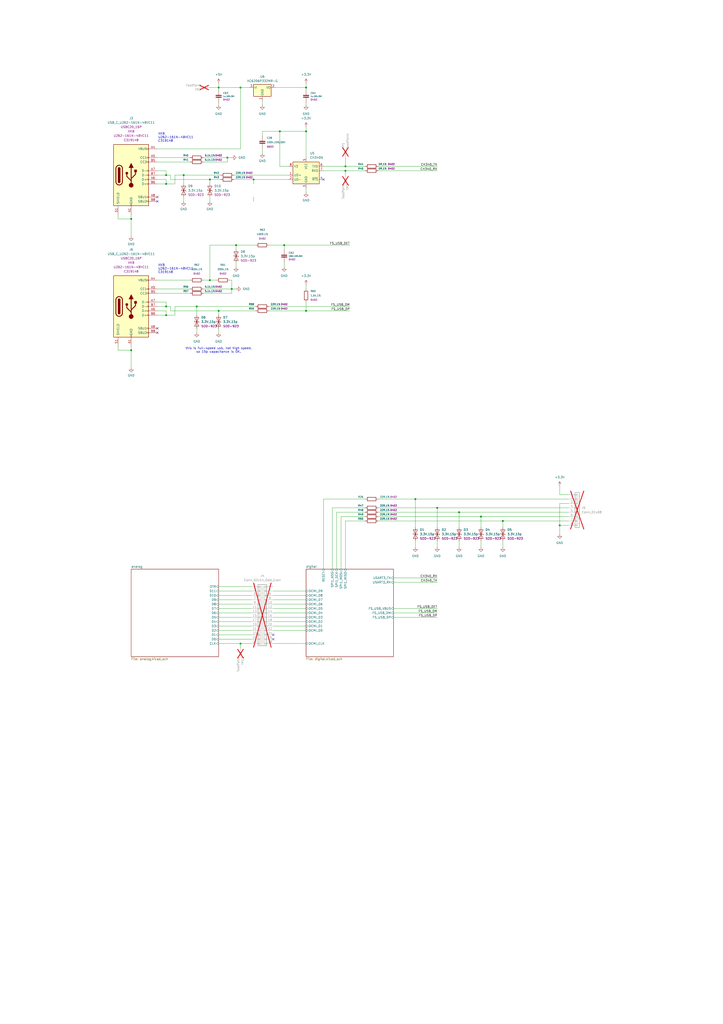
<source format=kicad_sch>
(kicad_sch (version 20231120) (generator "eeschema") (generator_version "8.0")
  (paper "A2" portrait)
  (junction (at 121.92 162.56))
  (junction (at 96.52 177.8))
  (junction (at 241.3 289.56))
  (junction (at 177.8 50.8))
  (junction (at 134.62 167.64))
  (junction (at 137.16 142.24))
  (junction (at 121.92 104.14))
  (junction (at 127 180.34))
  (junction (at 165.1 142.24))
  (junction (at 162.56 76.2))
  (junction (at 106.68 101.6))
  (junction (at 76.2 203.2))
  (junction (at 114.3 177.8))
  (junction (at 200.66 96.52))
  (junction (at 177.8 180.34))
  (junction (at 266.7 297.18))
  (junction (at 96.52 182.88))
  (junction (at 292.1 302.26))
  (junction (at 76.2 127))
  (junction (at 147.32 104.14))
  (junction (at 254 294.64))
  (junction (at 96.52 101.6))
  (junction (at 139.7 50.8))
  (junction (at 279.4 299.72))
  (junction (at 325.12 304.8))
  (junction (at 139.7 373.38))
  (junction (at 96.52 106.68))
  (junction (at 132.08 91.44))
  (junction (at 127 50.8))
  (junction (at 177.8 76.2))
  (junction (at 200.66 99.06))
  (no_connect (at 91.44 116.84))
  (no_connect (at 91.44 190.5))
  (no_connect (at 91.44 114.3))
  (no_connect (at 91.44 193.04))
  (no_connect (at 187.96 104.14))
  (no_connect (at 158.75 370.84))
  (no_connect (at 158.75 368.3))
  (wire (pts (xy 135.89 104.14) (xy 147.32 104.14)))
  (wire (pts (xy 177.8 180.34) (xy 203.2 180.34)))
  (wire (pts (xy 121.92 162.56) (xy 121.92 142.24)))
  (wire (pts (xy 139.7 50.8) (xy 144.78 50.8)))
  (wire (pts (xy 96.52 99.06) (xy 96.52 101.6)))
  (wire (pts (xy 134.62 162.56) (xy 134.62 167.64)))
  (wire (pts (xy 193.04 294.64) (xy 193.04 330.2)))
  (wire (pts (xy 106.68 114.3) (xy 106.68 116.84)))
  (wire (pts (xy 91.44 104.14) (xy 96.52 104.14)))
  (wire (pts (xy 114.3 177.8) (xy 114.3 182.88)))
  (wire (pts (xy 177.8 175.26) (xy 177.8 180.34)))
  (wire (pts (xy 76.2 203.2) (xy 76.2 213.36)))
  (wire (pts (xy 325.12 281.94) (xy 325.12 287.02)))
  (wire (pts (xy 99.06 177.8) (xy 96.52 177.8)))
  (wire (pts (xy 127 353.06) (xy 146.05 353.06)))
  (wire (pts (xy 96.52 175.26) (xy 96.52 177.8)))
  (wire (pts (xy 118.11 162.56) (xy 121.92 162.56)))
  (wire (pts (xy 91.44 101.6) (xy 96.52 101.6)))
  (wire (pts (xy 121.92 50.8) (xy 127 50.8)))
  (wire (pts (xy 134.62 167.64) (xy 134.62 170.18)))
  (wire (pts (xy 127 50.8) (xy 139.7 50.8)))
  (wire (pts (xy 200.66 99.06) (xy 212.09 99.06)))
  (wire (pts (xy 127 50.8) (xy 127 52.07)))
  (wire (pts (xy 254 294.64) (xy 254 306.07)))
  (wire (pts (xy 198.12 299.72) (xy 198.12 330.2)))
  (wire (pts (xy 139.7 373.38) (xy 139.7 375.92)))
  (wire (pts (xy 330.2 294.64) (xy 254 294.64)))
  (wire (pts (xy 325.12 304.8) (xy 325.12 309.88)))
  (wire (pts (xy 330.2 299.72) (xy 279.4 299.72)))
  (wire (pts (xy 195.58 297.18) (xy 195.58 330.2)))
  (wire (pts (xy 228.6 353.06) (xy 254 353.06)))
  (wire (pts (xy 76.2 200.66) (xy 76.2 203.2)))
  (wire (pts (xy 132.08 91.44) (xy 134.62 91.44)))
  (wire (pts (xy 177.8 76.2) (xy 177.8 91.44)))
  (wire (pts (xy 101.6 177.8) (xy 114.3 177.8)))
  (wire (pts (xy 158.75 358.14) (xy 177.8 358.14)))
  (wire (pts (xy 133.35 162.56) (xy 134.62 162.56)))
  (wire (pts (xy 158.75 373.38) (xy 177.8 373.38)))
  (wire (pts (xy 200.66 91.44) (xy 200.66 96.52)))
  (wire (pts (xy 139.7 86.36) (xy 139.7 50.8)))
  (wire (pts (xy 91.44 93.98) (xy 110.49 93.98)))
  (wire (pts (xy 127 59.69) (xy 127 60.96)))
  (wire (pts (xy 91.44 162.56) (xy 110.49 162.56)))
  (wire (pts (xy 118.11 93.98) (xy 132.08 93.98)))
  (wire (pts (xy 91.44 170.18) (xy 110.49 170.18)))
  (wire (pts (xy 118.11 167.64) (xy 134.62 167.64)))
  (wire (pts (xy 127 48.26) (xy 127 50.8)))
  (wire (pts (xy 158.75 360.68) (xy 177.8 360.68)))
  (wire (pts (xy 127 363.22) (xy 146.05 363.22)))
  (wire (pts (xy 121.92 142.24) (xy 137.16 142.24)))
  (wire (pts (xy 330.2 289.56) (xy 241.3 289.56)))
  (wire (pts (xy 91.44 175.26) (xy 96.52 175.26)))
  (wire (pts (xy 101.6 101.6) (xy 106.68 101.6)))
  (wire (pts (xy 162.56 76.2) (xy 177.8 76.2)))
  (wire (pts (xy 279.4 313.69) (xy 279.4 317.5)))
  (wire (pts (xy 99.06 101.6) (xy 96.52 101.6)))
  (wire (pts (xy 91.44 180.34) (xy 96.52 180.34)))
  (wire (pts (xy 127 190.5) (xy 127 193.04)))
  (wire (pts (xy 212.09 302.26) (xy 200.66 302.26)))
  (wire (pts (xy 91.44 177.8) (xy 96.52 177.8)))
  (wire (pts (xy 158.75 347.98) (xy 177.8 347.98)))
  (wire (pts (xy 241.3 289.56) (xy 241.3 306.07)))
  (wire (pts (xy 121.92 162.56) (xy 125.73 162.56)))
  (wire (pts (xy 177.8 73.66) (xy 177.8 76.2)))
  (wire (pts (xy 96.52 104.14) (xy 96.52 106.68)))
  (wire (pts (xy 187.96 96.52) (xy 200.66 96.52)))
  (wire (pts (xy 91.44 182.88) (xy 96.52 182.88)))
  (wire (pts (xy 228.6 358.14) (xy 254 358.14)))
  (wire (pts (xy 121.92 114.3) (xy 121.92 116.84)))
  (wire (pts (xy 96.52 182.88) (xy 101.6 182.88)))
  (wire (pts (xy 127 345.44) (xy 146.05 345.44)))
  (wire (pts (xy 68.58 200.66) (xy 68.58 203.2)))
  (wire (pts (xy 128.27 104.14) (xy 121.92 104.14)))
  (wire (pts (xy 127 365.76) (xy 146.05 365.76)))
  (wire (pts (xy 165.1 142.24) (xy 203.2 142.24)))
  (wire (pts (xy 152.4 86.36) (xy 152.4 88.9)))
  (wire (pts (xy 292.1 302.26) (xy 292.1 306.07)))
  (wire (pts (xy 177.8 165.1) (xy 177.8 167.64)))
  (wire (pts (xy 266.7 297.18) (xy 266.7 306.07)))
  (wire (pts (xy 101.6 182.88) (xy 101.6 177.8)))
  (wire (pts (xy 200.66 99.06) (xy 200.66 101.6)))
  (wire (pts (xy 266.7 313.69) (xy 266.7 317.5)))
  (wire (pts (xy 241.3 289.56) (xy 219.71 289.56)))
  (wire (pts (xy 219.71 99.06) (xy 254 99.06)))
  (wire (pts (xy 127 342.9) (xy 146.05 342.9)))
  (wire (pts (xy 127 370.84) (xy 146.05 370.84)))
  (wire (pts (xy 127 350.52) (xy 146.05 350.52)))
  (wire (pts (xy 68.58 124.46) (xy 68.58 127)))
  (wire (pts (xy 212.09 299.72) (xy 198.12 299.72)))
  (wire (pts (xy 96.52 106.68) (xy 101.6 106.68)))
  (wire (pts (xy 147.32 104.14) (xy 147.32 106.68)))
  (wire (pts (xy 279.4 299.72) (xy 279.4 306.07)))
  (wire (pts (xy 118.11 170.18) (xy 134.62 170.18)))
  (wire (pts (xy 212.09 289.56) (xy 187.96 289.56)))
  (wire (pts (xy 139.7 373.38) (xy 146.05 373.38)))
  (wire (pts (xy 162.56 76.2) (xy 162.56 96.52)))
  (wire (pts (xy 152.4 58.42) (xy 152.4 60.96)))
  (wire (pts (xy 212.09 297.18) (xy 195.58 297.18)))
  (wire (pts (xy 156.21 142.24) (xy 165.1 142.24)))
  (wire (pts (xy 162.56 76.2) (xy 152.4 76.2)))
  (wire (pts (xy 91.44 106.68) (xy 96.52 106.68)))
  (wire (pts (xy 106.68 101.6) (xy 128.27 101.6)))
  (wire (pts (xy 325.12 292.1) (xy 325.12 304.8)))
  (wire (pts (xy 330.2 292.1) (xy 325.12 292.1)))
  (wire (pts (xy 147.32 114.3) (xy 147.32 116.84)))
  (wire (pts (xy 147.32 104.14) (xy 167.64 104.14)))
  (wire (pts (xy 99.06 180.34) (xy 99.06 177.8)))
  (wire (pts (xy 118.11 91.44) (xy 132.08 91.44)))
  (wire (pts (xy 177.8 48.26) (xy 177.8 50.8)))
  (wire (pts (xy 127 368.3) (xy 146.05 368.3)))
  (wire (pts (xy 76.2 124.46) (xy 76.2 127)))
  (wire (pts (xy 187.96 289.56) (xy 187.96 330.2)))
  (wire (pts (xy 330.2 304.8) (xy 325.12 304.8)))
  (wire (pts (xy 228.6 337.82) (xy 254 337.82)))
  (wire (pts (xy 127 180.34) (xy 99.06 180.34)))
  (wire (pts (xy 330.2 287.02) (xy 325.12 287.02)))
  (wire (pts (xy 156.21 177.8) (xy 203.2 177.8)))
  (wire (pts (xy 114.3 177.8) (xy 148.59 177.8)))
  (wire (pts (xy 127 180.34) (xy 127 182.88)))
  (wire (pts (xy 121.92 104.14) (xy 99.06 104.14)))
  (wire (pts (xy 114.3 190.5) (xy 114.3 193.04)))
  (wire (pts (xy 200.66 96.52) (xy 212.09 96.52)))
  (wire (pts (xy 127 340.36) (xy 146.05 340.36)))
  (wire (pts (xy 292.1 313.69) (xy 292.1 317.5)))
  (wire (pts (xy 121.92 104.14) (xy 121.92 106.68)))
  (wire (pts (xy 187.96 99.06) (xy 200.66 99.06)))
  (wire (pts (xy 135.89 101.6) (xy 167.64 101.6)))
  (wire (pts (xy 158.75 355.6) (xy 177.8 355.6)))
  (wire (pts (xy 266.7 297.18) (xy 219.71 297.18)))
  (wire (pts (xy 167.64 96.52) (xy 162.56 96.52)))
  (wire (pts (xy 91.44 91.44) (xy 110.49 91.44)))
  (wire (pts (xy 228.6 335.28) (xy 254 335.28)))
  (wire (pts (xy 158.75 342.9) (xy 177.8 342.9)))
  (wire (pts (xy 101.6 106.68) (xy 101.6 101.6)))
  (wire (pts (xy 132.08 91.44) (xy 132.08 93.98)))
  (wire (pts (xy 91.44 167.64) (xy 110.49 167.64)))
  (wire (pts (xy 127 360.68) (xy 146.05 360.68)))
  (wire (pts (xy 177.8 50.8) (xy 160.02 50.8)))
  (wire (pts (xy 165.1 152.4) (xy 165.1 154.94)))
  (wire (pts (xy 330.2 302.26) (xy 292.1 302.26)))
  (wire (pts (xy 134.62 167.64) (xy 137.16 167.64)))
  (wire (pts (xy 127 347.98) (xy 146.05 347.98)))
  (wire (pts (xy 68.58 127) (xy 76.2 127)))
  (wire (pts (xy 254 313.69) (xy 254 317.5)))
  (wire (pts (xy 158.75 363.22) (xy 177.8 363.22)))
  (wire (pts (xy 158.75 365.76) (xy 177.8 365.76)))
  (wire (pts (xy 127 373.38) (xy 139.7 373.38)))
  (wire (pts (xy 200.66 302.26) (xy 200.66 330.2)))
  (wire (pts (xy 148.59 180.34) (xy 127 180.34)))
  (wire (pts (xy 158.75 350.52) (xy 177.8 350.52)))
  (wire (pts (xy 165.1 142.24) (xy 165.1 144.78)))
  (wire (pts (xy 254 294.64) (xy 219.71 294.64)))
  (wire (pts (xy 137.16 152.4) (xy 137.16 154.94)))
  (wire (pts (xy 158.75 353.06) (xy 177.8 353.06)))
  (wire (pts (xy 158.75 345.44) (xy 177.8 345.44)))
  (wire (pts (xy 177.8 52.07) (xy 177.8 50.8)))
  (wire (pts (xy 241.3 313.69) (xy 241.3 317.5)))
  (wire (pts (xy 228.6 355.6) (xy 254 355.6)))
  (wire (pts (xy 152.4 76.2) (xy 152.4 78.74)))
  (wire (pts (xy 76.2 127) (xy 76.2 137.16)))
  (wire (pts (xy 177.8 109.22) (xy 177.8 111.76)))
  (wire (pts (xy 127 358.14) (xy 146.05 358.14)))
  (wire (pts (xy 91.44 99.06) (xy 96.52 99.06)))
  (wire (pts (xy 91.44 86.36) (xy 139.7 86.36)))
  (wire (pts (xy 219.71 96.52) (xy 254 96.52)))
  (wire (pts (xy 156.21 180.34) (xy 177.8 180.34)))
  (wire (pts (xy 177.8 60.96) (xy 177.8 59.69)))
  (wire (pts (xy 330.2 297.18) (xy 266.7 297.18)))
  (wire (pts (xy 137.16 142.24) (xy 148.59 142.24)))
  (wire (pts (xy 292.1 302.26) (xy 219.71 302.26)))
  (wire (pts (xy 137.16 142.24) (xy 137.16 144.78)))
  (wire (pts (xy 96.52 180.34) (xy 96.52 182.88)))
  (wire (pts (xy 279.4 299.72) (xy 219.71 299.72)))
  (wire (pts (xy 68.58 203.2) (xy 76.2 203.2)))
  (wire (pts (xy 99.06 104.14) (xy 99.06 101.6)))
  (wire (pts (xy 127 355.6) (xy 146.05 355.6)))
  (wire (pts (xy 106.68 101.6) (xy 106.68 106.68)))
  (wire (pts (xy 212.09 294.64) (xy 193.04 294.64)))
  (text "XKB\nU262-161N-4BVC11\nC319148" (at 91.821 158.75 0) (effects (font (size 1.27 1.27)) (justify left bottom)))
  (text "XKB\nU262-161N-4BVC11\nC319148" (at 91.821 82.55 0) (effects (font (size 1.27 1.27)) (justify left bottom)))
  (text "this is full-speed usb, not high speed.\nso 15p capacitance is OK." (at 127 203.2 0) (effects (font (size 1.27 1.27))))
  (label "FS_USB_DM" (at 254 355.6 180))
  (label "FS_USB_DET" (at 203.2 142.24 180))
  (label "FS_USB_DM" (at 203.2 177.8 180))
  (label "CH340_TX" (at 254 337.82 180))
  (label "CH340_RX" (at 254 99.06 180))
  (label "FS_USB_DP" (at 203.2 180.34 180))
  (label "CH340_RX" (at 254 335.28 180))
  (label "CH340_TX" (at 254 96.52 180))
  (label "FS_USB_DP" (at 254 358.14 180))
  (label "FS_USB_DET" (at 254 353.06 180))
  (symbol (lib_id "JLC_C0402:1u,10%,25V") (at 177.8 55.88 0) (unit 1)
    (property "Reference" "C64" (at 180.34 53.9749 0) (effects (font (size 1.016 1.016)) (justify left)))
    (property "Value" "1u,10%,25V" (at 180.34 55.88 0) (effects (font (size 0.762 0.762)) (justify left)))
    (property "Footprint" "Abacus:C_0402_1005Metric_for_0.25mm_grid" (effects (hide yes)))
    (property "Description" "Unpolarized capacitor" (effects (hide yes)))
    (property "Package" "0402" (at 180.34 57.7849 0) (effects (font (size 1.016 1.016)) (justify left)))
    (property "Manufacturer" "Samsung" (effects (hide yes)))
    (property "Manufacturer Part" "CL05A105KA5NQNC" (effects (hide yes)))
    (property "Supplier Part" "C52923" (effects (hide yes)))
  )
  (symbol (lib_id "JLC_R0402:22R,1%") (at 152.4 180.34 90) (unit 1)
    (property "Reference" "R59" (at 146.05 179.07 90) (effects (font (size 1.016 1.016))))
    (property "Value" "22R,1%" (at 160.02 179.07 90) (effects (font (size 1.016 1.016))))
    (property "Footprint" "Abacus:R_0402_1005Metric_for_0.25mm_grid" (effects (hide yes)))
    (property "Description" "Resistor" (effects (hide yes)))
    (property "Package" "0402" (at 165.1 179.07 90) (effects (font (size 1.016 1.016))))
    (property "Manufacturer" "UNI-ROYAL" (effects (hide yes)))
    (property "Manufacturer Part" "0402WGF220JTCE" (effects (hide yes)))
    (property "Supplier Part" "C25092" (effects (hide yes)))
  )
  (symbol (lib_id "Abacus:USB_C_U262-161N-4BVC11") (at 76.2 101.6 0) (unit 1)
    (property "Reference" "J3" (at 76.2 68.58 0))
    (property "Value" "USB_C_U262-161N-4BVC11" (at 76.2 71.12 0))
    (property "Footprint" "Abacus:USB_C_Receptacle_XKB_U262-16XN-4BVC11" (effects (hide yes)))
    (property "Datasheet" "https://www.usb.org/sites/default/files/documents/usb_type-c.zip" (effects (hide yes)))
    (property "Description" "USB-C 2.0 Receptacle" (effects (hide yes)))
    (property "Package" "USBC20_16P" (at 76.2 73.66 0))
    (property "Manufacturer" "XKB" (at 76.2 76.2 0))
    (property "Manufacturer Part" "U262-161N-4BVC11" (at 76.2 78.74 0))
    (property "Supplier Part" "C319148" (at 76.2 81.28 0))
  )
  (symbol (lib_id "power:GND") (at 325.12 309.88 0) (unit 1)
    (property "Reference" "#PWR71" (effects (hide yes)))
    (property "Value" "GND" (at 325.12 314.96 0))
    (property "Description" "Power symbol creates a global label with name \"GND\" , ground" (effects (hide yes)))
  )
  (symbol (lib_id "power:GND") (at 134.62 91.44 90) (unit 1)
    (property "Reference" "#PWR53" (effects (hide yes)))
    (property "Value" "GND" (at 138.43 91.4399 90) (effects (justify right)))
    (property "Description" "Power symbol creates a global label with name \"GND\" , ground" (effects (hide yes)))
  )
  (symbol (lib_id "JLC_R0402:22R,1%") (at 132.08 104.14 90) (unit 1)
    (property "Reference" "R43" (at 125.73 102.87 90) (effects (font (size 1.016 1.016))))
    (property "Value" "22R,1%" (at 139.7 102.87 90) (effects (font (size 1.016 1.016))))
    (property "Footprint" "Abacus:R_0402_1005Metric_for_0.25mm_grid" (effects (hide yes)))
    (property "Description" "Resistor" (effects (hide yes)))
    (property "Package" "0402" (at 144.78 102.87 90) (effects (font (size 1.016 1.016))))
    (property "Manufacturer" "UNI-ROYAL" (effects (hide yes)))
    (property "Manufacturer Part" "0402WGF220JTCE" (effects (hide yes)))
    (property "Supplier Part" "C25092" (effects (hide yes)))
  )
  (symbol (lib_id "JLC_R0402:5.1k,1%") (at 114.3 167.64 90) (unit 1)
    (property "Reference" "R56" (at 107.95 166.37 90) (effects (font (size 1.016 1.016))))
    (property "Value" "5.1k,1%" (at 121.92 166.37 90) (effects (font (size 1.016 1.016))))
    (property "Footprint" "Abacus:R_0402_1005Metric_for_0.25mm_grid" (effects (hide yes)))
    (property "Description" "Resistor" (effects (hide yes)))
    (property "Package" "0402" (at 127 166.37 90) (effects (font (size 1.016 1.016))))
    (property "Manufacturer" "UNI-ROYAL" (effects (hide yes)))
    (property "Manufacturer Part" "0402WGF5101TCE" (effects (hide yes)))
    (property "Supplier Part" "C25905" (effects (hide yes)))
  )
  (symbol (lib_id "JLC_R0402:200k,1%") (at 129.54 162.56 270) (mirror x) (unit 1)
    (property "Reference" "R61" (at 129.54 153.67 90) (effects (font (size 1.016 1.016))))
    (property "Value" "200k,1%" (at 129.54 156.21 90) (effects (font (size 1.016 1.016))))
    (property "Footprint" "Abacus:R_0402_1005Metric_for_0.25mm_grid" (effects (hide yes)))
    (property "Description" "Resistor" (effects (hide yes)))
    (property "Package" "0402" (at 129.54 158.75 90) (effects (font (size 1.016 1.016))))
    (property "Manufacturer" "UNI-ROYAL" (effects (hide yes)))
    (property "Manufacturer Part" "0402WGF2003TCE" (effects (hide yes)))
    (property "Supplier Part" "C25764" (effects (hide yes)))
  )
  (symbol (lib_id "JLC_LIB:ESD9B3.3ST5G") (at 292.1 309.88 90) (unit 1)
    (property "Reference" "D5" (at 294.64 307.3399 90) (effects (justify right)))
    (property "Value" "3.3V,15p" (at 294.64 309.8799 90) (effects (justify right)))
    (property "Footprint" "Diode_SMD:D_SOD-923" (effects (hide yes)))
    (property "Description" "3.3V ESD" (effects (hide yes)))
    (property "Package" "SOD-923" (at 294.64 312.4199 90) (effects (justify right)))
    (property "Manufacturer" "onsemi" (effects (hide yes)))
    (property "Manufacturer Part" "ESD9B3.3ST5G" (effects (hide yes)))
    (property "Supplier Part" "C96512" (effects (hide yes)))
  )
  (symbol (lib_id "JLC_C0603:100n,±10%,50V") (at 152.4 82.55 0) (unit 1)
    (property "Reference" "C28" (at 154.94 80.0099 0) (effects (font (size 1.016 1.016)) (justify left)))
    (property "Value" "100n,10%,50V" (at 154.94 82.5499 0) (effects (font (size 1.016 1.016)) (justify left)))
    (property "Footprint" "Abacus:C_0603_1608Metric_1.28x0.64mm_Courtyard" (effects (hide yes)))
    (property "Description" "Unpolarized capacitor" (effects (hide yes)))
    (property "Package" "0603" (at 154.94 85.0899 0) (effects (font (size 1.016 1.016)) (justify left)))
    (property "Manufacturer" "YAGEO" (effects (hide yes)))
    (property "Manufacturer Part" "CC0603KRX7R9BB104" (effects (hide yes)))
    (property "Supplier Part" "C14663" (effects (hide yes)))
  )
  (symbol (lib_id "power:GND") (at 254 317.5 0) (unit 1)
    (property "Reference" "#PWR74" (effects (hide yes)))
    (property "Value" "GND" (at 254 322.58 0))
    (property "Description" "Power symbol creates a global label with name \"GND\" , ground" (effects (hide yes)))
  )
  (symbol (lib_id "JLC_LIB:ESD9B3.3ST5G") (at 241.3 309.88 90) (unit 1)
    (property "Reference" "D1" (at 243.84 307.3399 90) (effects (justify right)))
    (property "Value" "3.3V,15p" (at 243.84 309.8799 90) (effects (justify right)))
    (property "Footprint" "Diode_SMD:D_SOD-923" (effects (hide yes)))
    (property "Description" "3.3V ESD" (effects (hide yes)))
    (property "Package" "SOD-923" (at 243.84 312.4199 90) (effects (justify right)))
    (property "Manufacturer" "onsemi" (effects (hide yes)))
    (property "Manufacturer Part" "ESD9B3.3ST5G" (effects (hide yes)))
    (property "Supplier Part" "C96512" (effects (hide yes)))
  )
  (symbol (lib_id "JLC_LIB:ESD9B3.3ST5G") (at 127 186.69 90) (unit 1)
    (property "Reference" "D7" (at 129.54 184.1499 90) (effects (justify right)))
    (property "Value" "3.3V,15p" (at 129.54 186.6899 90) (effects (justify right)))
    (property "Footprint" "Diode_SMD:D_SOD-923" (effects (hide yes)))
    (property "Description" "3.3V ESD" (effects (hide yes)))
    (property "Package" "SOD-923" (at 129.54 189.2299 90) (effects (justify right)))
    (property "Manufacturer" "onsemi" (effects (hide yes)))
    (property "Manufacturer Part" "ESD9B3.3ST5G" (effects (hide yes)))
    (property "Supplier Part" "C96512" (effects (hide yes)))
  )
  (symbol (lib_id "JLC_LIB:ESD9B3.3ST5G") (at 254 309.88 90) (unit 1)
    (property "Reference" "D2" (at 256.54 307.3399 90) (effects (justify right)))
    (property "Value" "3.3V,15p" (at 256.54 309.8799 90) (effects (justify right)))
    (property "Footprint" "Diode_SMD:D_SOD-923" (effects (hide yes)))
    (property "Description" "3.3V ESD" (effects (hide yes)))
    (property "Package" "SOD-923" (at 256.54 312.4199 90) (effects (justify right)))
    (property "Manufacturer" "onsemi" (effects (hide yes)))
    (property "Manufacturer Part" "ESD9B3.3ST5G" (effects (hide yes)))
    (property "Supplier Part" "C96512" (effects (hide yes)))
  )
  (symbol (lib_id "power:GND") (at 127 60.96 0) (unit 1)
    (property "Reference" "#PWR103" (effects (hide yes)))
    (property "Value" "GND" (at 127 66.04 0))
    (property "Description" "Power symbol creates a global label with name \"GND\" , ground" (effects (hide yes)))
  )
  (symbol (lib_id "power:GND") (at 137.16 167.64 90) (unit 1)
    (property "Reference" "#PWR93" (effects (hide yes)))
    (property "Value" "GND" (at 140.97 167.6399 90) (effects (justify right)))
    (property "Description" "Power symbol creates a global label with name \"GND\" , ground" (effects (hide yes)))
  )
  (symbol (lib_id "Connector:TestPoint") (at 200.66 101.6 180) (unit 1) (dnp yes)
    (property "Reference" "TP2" (at 201.9301 106.68 90) (effects (justify left)))
    (property "Value" "TestPoint" (at 199.3901 106.68 90) (effects (justify left)))
    (property "Footprint" "TestPoint:TestPoint_THTPad_D1.0mm_Drill0.5mm" (effects (hide yes)))
    (property "Description" "test point" (effects (hide yes)))
  )
  (symbol (lib_id "power:GND") (at 266.7 317.5 0) (unit 1)
    (property "Reference" "#PWR75" (effects (hide yes)))
    (property "Value" "GND" (at 266.7 322.58 0))
    (property "Description" "Power symbol creates a global label with name \"GND\" , ground" (effects (hide yes)))
  )
  (symbol (lib_id "JLC_R0402:22R,1%") (at 215.9 302.26 90) (unit 1)
    (property "Reference" "R50" (at 209.55 300.99 90) (effects (font (size 1.016 1.016))))
    (property "Value" "22R,1%" (at 223.52 300.99 90) (effects (font (size 1.016 1.016))))
    (property "Footprint" "Abacus:R_0402_1005Metric_for_0.25mm_grid" (effects (hide yes)))
    (property "Description" "Resistor" (effects (hide yes)))
    (property "Package" "0402" (at 228.6 300.99 90) (effects (font (size 1.016 1.016))))
    (property "Manufacturer" "UNI-ROYAL" (effects (hide yes)))
    (property "Manufacturer Part" "0402WGF220JTCE" (effects (hide yes)))
    (property "Supplier Part" "C25092" (effects (hide yes)))
  )
  (symbol (lib_id "power:GND") (at 177.8 111.76 0) (unit 1)
    (property "Reference" "#PWR55" (effects (hide yes)))
    (property "Value" "GND" (at 177.8 116.2034 0))
    (property "Description" "Power symbol creates a global label with name \"GND\" , ground" (effects (hide yes)))
  )
  (symbol (lib_id "JLC_LIB:ESD9B3.3ST5G") (at 266.7 309.88 90) (unit 1)
    (property "Reference" "D3" (at 269.24 307.3399 90) (effects (justify right)))
    (property "Value" "3.3V,15p" (at 269.24 309.8799 90) (effects (justify right)))
    (property "Footprint" "Diode_SMD:D_SOD-923" (effects (hide yes)))
    (property "Description" "3.3V ESD" (effects (hide yes)))
    (property "Package" "SOD-923" (at 269.24 312.4199 90) (effects (justify right)))
    (property "Manufacturer" "onsemi" (effects (hide yes)))
    (property "Manufacturer Part" "ESD9B3.3ST5G" (effects (hide yes)))
    (property "Supplier Part" "C96512" (effects (hide yes)))
  )
  (symbol (lib_id "power:GND") (at 165.1 154.94 0) (unit 1)
    (property "Reference" "#PWR98" (effects (hide yes)))
    (property "Value" "GND" (at 165.1 160.02 0))
    (property "Description" "Power symbol creates a global label with name \"GND\" , ground" (effects (hide yes)))
  )
  (symbol (lib_id "power:GND") (at 279.4 317.5 0) (unit 1)
    (property "Reference" "#PWR76" (effects (hide yes)))
    (property "Value" "GND" (at 279.4 322.58 0))
    (property "Description" "Power symbol creates a global label with name \"GND\" , ground" (effects (hide yes)))
  )
  (symbol (lib_id "power:GND") (at 152.4 60.96 0) (unit 1)
    (property "Reference" "#PWR104" (effects (hide yes)))
    (property "Value" "GND" (at 152.4 66.04 0))
    (property "Description" "Power symbol creates a global label with name \"GND\" , ground" (effects (hide yes)))
  )
  (symbol (lib_id "JLC_C0402:100n,10%,50V") (at 165.1 148.59 0) (unit 1)
    (property "Reference" "C62" (at 167.64 146.6849 0) (effects (font (size 1.016 1.016)) (justify left)))
    (property "Value" "100n,10%,50V" (at 167.64 148.59 0) (effects (font (size 0.762 0.762)) (justify left)))
    (property "Footprint" "Abacus:C_0402_1005Metric_for_0.25mm_grid" (effects (hide yes)))
    (property "Description" "Unpolarized capacitor" (effects (hide yes)))
    (property "Package" "0402" (at 167.64 150.4949 0) (effects (font (size 1.016 1.016)) (justify left)))
    (property "Manufacturer" "Samsung" (effects (hide yes)))
    (property "Manufacturer Part" "CL05B104KB54PNC" (effects (hide yes)))
    (property "Supplier Part" "C307331" (effects (hide yes)))
  )
  (symbol (lib_id "JLC_R0402:22R,1%") (at 132.08 101.6 90) (unit 1)
    (property "Reference" "R42" (at 125.73 100.33 90) (effects (font (size 1.016 1.016))))
    (property "Value" "22R,1%" (at 139.7 100.33 90) (effects (font (size 1.016 1.016))))
    (property "Footprint" "Abacus:R_0402_1005Metric_for_0.25mm_grid" (effects (hide yes)))
    (property "Description" "Resistor" (effects (hide yes)))
    (property "Package" "0402" (at 144.78 100.33 90) (effects (font (size 1.016 1.016))))
    (property "Manufacturer" "UNI-ROYAL" (effects (hide yes)))
    (property "Manufacturer Part" "0402WGF220JTCE" (effects (hide yes)))
    (property "Supplier Part" "C25092" (effects (hide yes)))
  )
  (symbol (lib_id "JLC_R0402:1.5k,1%") (at 177.8 171.45 0) (unit 1)
    (property "Reference" "R60" (at 180.34 168.9099 0) (effects (font (size 1.016 1.016)) (justify left)))
    (property "Value" "1.5k,1%" (at 180.34 171.4499 0) (effects (font (size 1.016 1.016)) (justify left)))
    (property "Footprint" "Abacus:R_0402_1005Metric_for_0.25mm_grid" (effects (hide yes)))
    (property "Description" "Resistor" (effects (hide yes)))
    (property "Package" "0402" (at 180.34 173.9899 0) (effects (font (size 1.016 1.016)) (justify left)))
    (property "Manufacturer" "UNI-ROYAL" (effects (hide yes)))
    (property "Manufacturer Part" "0402WGF1501TCE" (effects (hide yes)))
    (property "Supplier Part" "C25867" (effects (hide yes)))
  )
  (symbol (lib_id "power:GND") (at 76.2 137.16 0) (unit 1)
    (property "Reference" "#PWR52" (effects (hide yes)))
    (property "Value" "GND" (at 76.2 141.6034 0))
    (property "Description" "Power symbol creates a global label with name \"GND\" , ground" (effects (hide yes)))
  )
  (symbol (lib_id "power:+3.3V") (at 177.8 73.66 0) (unit 1)
    (property "Reference" "#PWR105" (effects (hide yes)))
    (property "Value" "+3.3V" (at 177.8 68.58 0))
    (property "Description" "Power symbol creates a global label with name \"+3.3V\"" (effects (hide yes)))
  )
  (symbol (lib_id "JLC_R0402:22R,1%") (at 215.9 297.18 90) (unit 1)
    (property "Reference" "R48" (at 209.55 295.91 90) (effects (font (size 1.016 1.016))))
    (property "Value" "22R,1%" (at 223.52 295.91 90) (effects (font (size 1.016 1.016))))
    (property "Footprint" "Abacus:R_0402_1005Metric_for_0.25mm_grid" (effects (hide yes)))
    (property "Description" "Resistor" (effects (hide yes)))
    (property "Package" "0402" (at 228.6 295.91 90) (effects (font (size 1.016 1.016))))
    (property "Manufacturer" "UNI-ROYAL" (effects (hide yes)))
    (property "Manufacturer Part" "0402WGF220JTCE" (effects (hide yes)))
    (property "Supplier Part" "C25092" (effects (hide yes)))
  )
  (symbol (lib_id "power:GND") (at 127 193.04 0) (unit 1)
    (property "Reference" "#PWR95" (effects (hide yes)))
    (property "Value" "GND" (at 127 198.12 0))
    (property "Description" "Power symbol creates a global label with name \"GND\" , ground" (effects (hide yes)))
  )
  (symbol (lib_id "JLC_C0402:1u,10%,25V") (at 127 55.88 0) (unit 1)
    (property "Reference" "C63" (at 129.54 53.9749 0) (effects (font (size 1.016 1.016)) (justify left)))
    (property "Value" "1u,10%,25V" (at 129.54 55.88 0) (effects (font (size 0.762 0.762)) (justify left)))
    (property "Footprint" "Abacus:C_0402_1005Metric_for_0.25mm_grid" (effects (hide yes)))
    (property "Description" "Unpolarized capacitor" (effects (hide yes)))
    (property "Package" "0402" (at 129.54 57.7849 0) (effects (font (size 1.016 1.016)) (justify left)))
    (property "Manufacturer" "Samsung" (effects (hide yes)))
    (property "Manufacturer Part" "CL05A105KA5NQNC" (effects (hide yes)))
    (property "Supplier Part" "C52923" (effects (hide yes)))
  )
  (symbol (lib_id "power:GND") (at 114.3 193.04 0) (unit 1)
    (property "Reference" "#PWR94" (effects (hide yes)))
    (property "Value" "GND" (at 114.3 198.12 0))
    (property "Description" "Power symbol creates a global label with name \"GND\" , ground" (effects (hide yes)))
  )
  (symbol (lib_id "JLC_R0402:5.1k,1%") (at 114.3 170.18 90) (unit 1)
    (property "Reference" "R57" (at 107.95 168.91 90) (effects (font (size 1.016 1.016))))
    (property "Value" "5.1k,1%" (at 121.92 168.91 90) (effects (font (size 1.016 1.016))))
    (property "Footprint" "Abacus:R_0402_1005Metric_for_0.25mm_grid" (effects (hide yes)))
    (property "Description" "Resistor" (effects (hide yes)))
    (property "Package" "0402" (at 127 168.91 90) (effects (font (size 1.016 1.016))))
    (property "Manufacturer" "UNI-ROYAL" (effects (hide yes)))
    (property "Manufacturer Part" "0402WGF5101TCE" (effects (hide yes)))
    (property "Supplier Part" "C25905" (effects (hide yes)))
  )
  (symbol (lib_id "JLC_LIB:ESD9B3.3ST5G") (at 279.4 309.88 90) (unit 1)
    (property "Reference" "D4" (at 281.94 307.3399 90) (effects (justify right)))
    (property "Value" "3.3V,15p" (at 281.94 309.8799 90) (effects (justify right)))
    (property "Footprint" "Diode_SMD:D_SOD-923" (effects (hide yes)))
    (property "Description" "3.3V ESD" (effects (hide yes)))
    (property "Package" "SOD-923" (at 281.94 312.4199 90) (effects (justify right)))
    (property "Manufacturer" "onsemi" (effects (hide yes)))
    (property "Manufacturer Part" "ESD9B3.3ST5G" (effects (hide yes)))
    (property "Supplier Part" "C96512" (effects (hide yes)))
  )
  (symbol (lib_id "JLC_R0402:100k,1%") (at 114.3 162.56 90) (unit 1)
    (property "Reference" "R62" (at 114.3 153.67 90) (effects (font (size 1.016 1.016))))
    (property "Value" "100k,1%" (at 114.3 156.21 90) (effects (font (size 1.016 1.016))))
    (property "Footprint" "Abacus:R_0402_1005Metric_for_0.25mm_grid" (effects (hide yes)))
    (property "Description" "Resistor" (effects (hide yes)))
    (property "Package" "0402" (at 114.3 158.75 90) (effects (font (size 1.016 1.016))))
    (property "Manufacturer" "UNI-ROYAL" (effects (hide yes)))
    (property "Manufacturer Part" "0402WGF1003TCE" (effects (hide yes)))
    (property "Supplier Part" "C25741" (effects (hide yes)))
  )
  (symbol (lib_id "power:+3.3V") (at 325.12 281.94 0) (unit 1)
    (property "Reference" "#PWR72" (effects (hide yes)))
    (property "Value" "+3.3V" (at 325.12 276.86 0))
    (property "Description" "Power symbol creates a global label with name \"+3.3V\"" (effects (hide yes)))
  )
  (symbol (lib_id "Connector:TestPoint") (at 139.7 375.92 180) (unit 1) (dnp yes)
    (property "Reference" "TP12" (at 140.9701 381 90) (effects (justify left)))
    (property "Value" "TestPoint" (at 138.4301 381 90) (effects (justify left)))
    (property "Footprint" "TestPoint:TestPoint_THTPad_D1.0mm_Drill0.5mm" (effects (hide yes)))
    (property "Description" "test point" (effects (hide yes)))
  )
  (symbol (lib_id "Connector:TestPoint") (at 121.92 50.8 90) (unit 1) (dnp yes)
    (property "Reference" "TP7" (at 116.84 52.0701 90) (effects (justify left)))
    (property "Value" "TestPoint" (at 116.84 49.5301 90) (effects (justify left)))
    (property "Footprint" "TestPoint:TestPoint_THTPad_D1.0mm_Drill0.5mm" (effects (hide yes)))
    (property "Description" "test point" (effects (hide yes)))
  )
  (symbol (lib_id "JLC_LIB:CH340N") (at 177.8 99.06 0) (unit 1)
    (property "Reference" "U5" (at 179.9941 88.9 0) (effects (justify left)))
    (property "Value" "CH340N" (at 179.9941 91.44 0) (effects (justify left)))
    (property "Footprint" "Package_SO:SOP-8_3.9x4.9mm_P1.27mm" (effects (hide yes)))
    (property "Datasheet" "https://aitendo3.sakura.ne.jp/aitendo_data/product_img/ic/inteface/CH340N/ch340n.pdf" (effects (hide yes)))
    (property "Description" "USB serial converter" (effects (hide yes)))
    (property "Package" "SOP-8" (effects (hide yes)))
    (property "Manufacturer" "WCH" (effects (hide yes)))
    (property "Manufacturer Part" "CH340N" (effects (hide yes)))
    (property "Supplier Part" "C2977777" (effects (hide yes)))
  )
  (symbol (lib_id "power:+3.3V") (at 177.8 48.26 0) (unit 1)
    (property "Reference" "#PWR54" (effects (hide yes)))
    (property "Value" "+3.3V" (at 177.8 43.18 0))
    (property "Description" "Power symbol creates a global label with name \"+3.3V\"" (effects (hide yes)))
  )
  (symbol (lib_id "JLC_R0402:22R,1%") (at 215.9 294.64 90) (unit 1)
    (property "Reference" "R47" (at 209.55 293.37 90) (effects (font (size 1.016 1.016))))
    (property "Value" "22R,1%" (at 223.52 293.37 90) (effects (font (size 1.016 1.016))))
    (property "Footprint" "Abacus:R_0402_1005Metric_for_0.25mm_grid" (effects (hide yes)))
    (property "Description" "Resistor" (effects (hide yes)))
    (property "Package" "0402" (at 228.6 293.37 90) (effects (font (size 1.016 1.016))))
    (property "Manufacturer" "UNI-ROYAL" (effects (hide yes)))
    (property "Manufacturer Part" "0402WGF220JTCE" (effects (hide yes)))
    (property "Supplier Part" "C25092" (effects (hide yes)))
  )
  (symbol (lib_id "JLC_LIB:XC6206P332MR-G") (at 152.4 50.8 0) (unit 1)
    (property "Reference" "U6" (at 152.4 44.45 0))
    (property "Value" "XC6206P332MR-G" (at 152.4 46.99 0))
    (property "Footprint" "Package_TO_SOT_SMD:SOT-23" (effects (hide yes)))
    (property "Description" "200mA, 3.3V LDO" (effects (hide yes)))
    (property "Package" "SOT-23-3L" (effects (hide yes)))
    (property "Manufacturer" "Torex" (effects (hide yes)))
    (property "Manufacturer Part" "XC6206P332MR-G" (effects (hide yes)))
    (property "Supplier Part" "C5446" (effects (hide yes)))
  )
  (symbol (lib_id "JLC_LIB:ESD9B3.3ST5G") (at 114.3 186.69 90) (unit 1)
    (property "Reference" "D6" (at 116.84 184.1499 90) (effects (justify right)))
    (property "Value" "3.3V,15p" (at 116.84 186.6899 90) (effects (justify right)))
    (property "Footprint" "Diode_SMD:D_SOD-923" (effects (hide yes)))
    (property "Description" "3.3V ESD" (effects (hide yes)))
    (property "Package" "SOD-923" (at 116.84 189.2299 90) (effects (justify right)))
    (property "Manufacturer" "onsemi" (effects (hide yes)))
    (property "Manufacturer Part" "ESD9B3.3ST5G" (effects (hide yes)))
    (property "Supplier Part" "C96512" (effects (hide yes)))
  )
  (symbol (lib_id "JLC_R0402:22R,1%") (at 152.4 177.8 90) (unit 1)
    (property "Reference" "R58" (at 146.05 176.53 90) (effects (font (size 1.016 1.016))))
    (property "Value" "22R,1%" (at 160.02 176.53 90) (effects (font (size 1.016 1.016))))
    (property "Footprint" "Abacus:R_0402_1005Metric_for_0.25mm_grid" (effects (hide yes)))
    (property "Description" "Resistor" (effects (hide yes)))
    (property "Package" "0402" (at 165.1 176.53 90) (effects (font (size 1.016 1.016))))
    (property "Manufacturer" "UNI-ROYAL" (effects (hide yes)))
    (property "Manufacturer Part" "0402WGF220JTCE" (effects (hide yes)))
    (property "Supplier Part" "C25092" (effects (hide yes)))
  )
  (symbol (lib_id "JLC_LIB:ESD9B3.3ST5G") (at 121.92 110.49 90) (unit 1)
    (property "Reference" "D10" (at 124.46 107.9499 90) (effects (justify right)))
    (property "Value" "3.3V,15p" (at 124.46 110.4899 90) (effects (justify right)))
    (property "Footprint" "Diode_SMD:D_SOD-923" (effects (hide yes)))
    (property "Description" "3.3V ESD" (effects (hide yes)))
    (property "Package" "SOD-923" (at 124.46 113.0299 90) (effects (justify right)))
    (property "Manufacturer" "onsemi" (effects (hide yes)))
    (property "Manufacturer Part" "ESD9B3.3ST5G" (effects (hide yes)))
    (property "Supplier Part" "C96512" (effects (hide yes)))
  )
  (symbol (lib_id "power:GND") (at 241.3 317.5 0) (unit 1)
    (property "Reference" "#PWR73" (effects (hide yes)))
    (property "Value" "GND" (at 241.3 322.58 0))
    (property "Description" "Power symbol creates a global label with name \"GND\" , ground" (effects (hide yes)))
  )
  (symbol (lib_id "JLC_R0402:5.1k,1%") (at 114.3 91.44 90) (unit 1)
    (property "Reference" "R40" (at 107.95 90.17 90) (effects (font (size 1.016 1.016))))
    (property "Value" "5.1k,1%" (at 121.92 90.17 90) (effects (font (size 1.016 1.016))))
    (property "Footprint" "Abacus:R_0402_1005Metric_for_0.25mm_grid" (effects (hide yes)))
    (property "Description" "Resistor" (effects (hide yes)))
    (property "Package" "0402" (at 127 90.17 90) (effects (font (size 1.016 1.016))))
    (property "Manufacturer" "UNI-ROYAL" (effects (hide yes)))
    (property "Manufacturer Part" "0402WGF5101TCE" (effects (hide yes)))
    (property "Supplier Part" "C25905" (effects (hide yes)))
  )
  (symbol (lib_id "power:GND") (at 121.92 116.84 0) (unit 1)
    (property "Reference" "#PWR99" (effects (hide yes)))
    (property "Value" "GND" (at 121.92 121.2834 0))
    (property "Description" "Power symbol creates a global label with name \"GND\" , ground" (effects (hide yes)))
  )
  (symbol (lib_id "Connector_Generic:Conn_02x14_Odd_Even") (at 151.13 355.6 0) (unit 1) (dnp yes)
    (property "Reference" "J4" (at 152.4 334.01 0))
    (property "Value" "Conn_02x14_Odd_Even" (at 152.4 336.55 0))
    (property "Footprint" "Connector_PinHeader_2.54mm:PinHeader_2x14_P2.54mm_Vertical" (effects (hide yes)))
    (property "Description" "Generic connector, double row, 02x14, odd/even pin numbering scheme (row 1 odd numbers, row 2 even numbers), script generated (kicad-library-utils/schlib/autogen/connector/)" (effects (hide yes)))
  )
  (symbol (lib_id "power:GND") (at 76.2 213.36 0) (unit 1)
    (property "Reference" "#PWR92" (effects (hide yes)))
    (property "Value" "GND" (at 76.2 217.8034 0))
    (property "Description" "Power symbol creates a global label with name \"GND\" , ground" (effects (hide yes)))
  )
  (symbol (lib_id "JLC_R0402:100R,1%") (at 152.4 142.24 90) (unit 1)
    (property "Reference" "R63" (at 152.4 133.35 90) (effects (font (size 1.016 1.016))))
    (property "Value" "100R,1%" (at 152.4 135.89 90) (effects (font (size 1.016 1.016))))
    (property "Footprint" "Abacus:R_0402_1005Metric_for_0.25mm_grid" (effects (hide yes)))
    (property "Description" "Resistor" (effects (hide yes)))
    (property "Package" "0402" (at 152.4 138.43 90) (effects (font (size 1.016 1.016))))
    (property "Manufacturer" "UNI-ROYAL" (effects (hide yes)))
    (property "Manufacturer Part" "0402WGF1000TCE" (effects (hide yes)))
    (property "Supplier Part" "C25076" (effects (hide yes)))
  )
  (symbol (lib_id "Connector_Generic:Conn_01x08") (at 335.28 294.64 0) (unit 1) (dnp yes)
    (property "Reference" "J5" (at 337.82 294.6399 0) (effects (justify left)))
    (property "Value" "Conn_01x08" (at 337.82 297.1799 0) (effects (justify left)))
    (property "Footprint" "Connector_PinHeader_2.54mm:PinHeader_1x08_P2.54mm_Vertical" (effects (hide yes)))
    (property "Description" "Generic connector, single row, 01x08, script generated (kicad-library-utils/schlib/autogen/connector/)" (effects (hide yes)))
  )
  (symbol (lib_id "power:GND") (at 137.16 154.94 0) (unit 1)
    (property "Reference" "#PWR97" (effects (hide yes)))
    (property "Value" "GND" (at 137.16 160.02 0))
    (property "Description" "Power symbol creates a global label with name \"GND\" , ground" (effects (hide yes)))
  )
  (symbol (lib_id "power:GND") (at 177.8 60.96 0) (unit 1)
    (property "Reference" "#PWR106" (effects (hide yes)))
    (property "Value" "GND" (at 177.8 66.04 0))
    (property "Description" "Power symbol creates a global label with name \"GND\" , ground" (effects (hide yes)))
  )
  (symbol (lib_id "JLC_R0402:22R,1%") (at 215.9 299.72 90) (unit 1)
    (property "Reference" "R49" (at 209.55 298.45 90) (effects (font (size 1.016 1.016))))
    (property "Value" "22R,1%" (at 223.52 298.45 90) (effects (font (size 1.016 1.016))))
    (property "Footprint" "Abacus:R_0402_1005Metric_for_0.25mm_grid" (effects (hide yes)))
    (property "Description" "Resistor" (effects (hide yes)))
    (property "Package" "0402" (at 228.6 298.45 90) (effects (font (size 1.016 1.016))))
    (property "Manufacturer" "UNI-ROYAL" (effects (hide yes)))
    (property "Manufacturer Part" "0402WGF220JTCE" (effects (hide yes)))
    (property "Supplier Part" "C25092" (effects (hide yes)))
  )
  (symbol (lib_id "power:+5V") (at 127 48.26 0) (unit 1)
    (property "Reference" "#PWR102" (effects (hide yes)))
    (property "Value" "+5V" (at 127 43.18 0))
    (property "Description" "Power symbol creates a global label with name \"+5V\"" (effects (hide yes)))
  )
  (symbol (lib_id "JLC_LIB:ESD9B3.3ST5G") (at 137.16 148.59 90) (unit 1)
    (property "Reference" "D8" (at 139.7 146.0499 90) (effects (justify right)))
    (property "Value" "3.3V,15p" (at 139.7 148.5899 90) (effects (justify right)))
    (property "Footprint" "Diode_SMD:D_SOD-923" (effects (hide yes)))
    (property "Description" "3.3V ESD" (effects (hide yes)))
    (property "Package" "SOD-923" (at 139.7 151.1299 90) (effects (justify right)))
    (property "Manufacturer" "onsemi" (effects (hide yes)))
    (property "Manufacturer Part" "ESD9B3.3ST5G" (effects (hide yes)))
    (property "Supplier Part" "C96512" (effects (hide yes)))
  )
  (symbol (lib_id "power:GND") (at 152.4 88.9 0) (unit 1)
    (property "Reference" "#PWR80" (effects (hide yes)))
    (property "Value" "GND" (at 152.4 93.3434 0))
    (property "Description" "Power symbol creates a global label with name \"GND\" , ground" (effects (hide yes)))
  )
  (symbol (lib_id "power:GND") (at 106.68 116.84 0) (unit 1)
    (property "Reference" "#PWR88" (effects (hide yes)))
    (property "Value" "GND" (at 106.68 121.2834 0))
    (property "Description" "Power symbol creates a global label with name \"GND\" , ground" (effects (hide yes)))
  )
  (symbol (lib_id "JLC_LIB:ESD9B3.3ST5G") (at 106.68 110.49 90) (unit 1)
    (property "Reference" "D9" (at 109.22 107.9499 90) (effects (justify right)))
    (property "Value" "3.3V,15p" (at 109.22 110.4899 90) (effects (justify right)))
    (property "Footprint" "Diode_SMD:D_SOD-923" (effects (hide yes)))
    (property "Description" "3.3V ESD" (effects (hide yes)))
    (property "Package" "SOD-923" (at 109.22 113.0299 90) (effects (justify right)))
    (property "Manufacturer" "onsemi" (effects (hide yes)))
    (property "Manufacturer Part" "ESD9B3.3ST5G" (effects (hide yes)))
    (property "Supplier Part" "C96512" (effects (hide yes)))
  )
  (symbol (lib_id "JLC_R0402:22R,1%") (at 215.9 289.56 90) (unit 1)
    (property "Reference" "R26" (at 209.55 288.29 90) (effects (font (size 1.016 1.016))))
    (property "Value" "22R,1%" (at 223.52 288.29 90) (effects (font (size 1.016 1.016))))
    (property "Footprint" "Abacus:R_0402_1005Metric_for_0.25mm_grid" (effects (hide yes)))
    (property "Description" "Resistor" (effects (hide yes)))
    (property "Package" "0402" (at 228.6 288.29 90) (effects (font (size 1.016 1.016))))
    (property "Manufacturer" "UNI-ROYAL" (effects (hide yes)))
    (property "Manufacturer Part" "0402WGF220JTCE" (effects (hide yes)))
    (property "Supplier Part" "C25092" (effects (hide yes)))
  )
  (symbol (lib_id "Abacus:USB_C_U262-161N-4BVC11") (at 76.2 177.8 0) (unit 1)
    (property "Reference" "J6" (at 76.2 144.78 0))
    (property "Value" "USB_C_U262-161N-4BVC11" (at 76.2 147.32 0))
    (property "Footprint" "Abacus:USB_C_Receptacle_XKB_U262-16XN-4BVC11" (effects (hide yes)))
    (property "Datasheet" "https://www.usb.org/sites/default/files/documents/usb_type-c.zip" (effects (hide yes)))
    (property "Description" "USB-C 2.0 Receptacle" (effects (hide yes)))
    (property "Package" "USBC20_16P" (at 76.2 149.86 0))
    (property "Manufacturer" "XKB" (at 76.2 152.4 0))
    (property "Manufacturer Part" "U262-161N-4BVC11" (at 76.2 154.94 0))
    (property "Supplier Part" "C319148" (at 76.2 157.48 0))
  )
  (symbol (lib_id "JLC_R0402:0R,1%") (at 215.9 96.52 90) (unit 1)
    (property "Reference" "R44" (at 209.55 95.25 90) (effects (font (size 1.016 1.016))))
    (property "Value" "0R,1%" (at 222.25 95.25 90) (effects (font (size 1.016 1.016))))
    (property "Footprint" "Abacus:R_0402_1005Metric_for_0.25mm_grid" (effects (hide yes)))
    (property "Description" "Resistor" (effects (hide yes)))
    (property "Package" "0402" (at 227.33 95.25 90) (effects (font (size 1.016 1.016))))
    (property "Manufacturer" "UNI_ROYAL" (effects (hide yes)))
    (property "Manufacturer Part" "0402WGF0000TCE" (effects (hide yes)))
    (property "Supplier Part" "C17168" (effects (hide yes)))
  )
  (symbol (lib_id "power:+3.3V") (at 177.8 165.1 0) (unit 1)
    (property "Reference" "#PWR96" (effects (hide yes)))
    (property "Value" "+3.3V" (at 177.8 160.02 0))
    (property "Description" "Power symbol creates a global label with name \"+3.3V\"" (effects (hide yes)))
  )
  (symbol (lib_id "JLC_R0402:0R,1%") (at 215.9 99.06 90) (unit 1)
    (property "Reference" "R45" (at 209.55 97.79 90) (effects (font (size 1.016 1.016))))
    (property "Value" "0R,1%" (at 222.25 97.79 90) (effects (font (size 1.016 1.016))))
    (property "Footprint" "Abacus:R_0402_1005Metric_for_0.25mm_grid" (effects (hide yes)))
    (property "Description" "Resistor" (effects (hide yes)))
    (property "Package" "0402" (at 227.33 97.79 90) (effects (font (size 1.016 1.016))))
    (property "Manufacturer" "UNI_ROYAL" (effects (hide yes)))
    (property "Manufacturer Part" "0402WGF0000TCE" (effects (hide yes)))
    (property "Supplier Part" "C17168" (effects (hide yes)))
  )
  (symbol (lib_id "Connector:TestPoint") (at 200.66 91.44 0) (unit 1) (dnp yes)
    (property "Reference" "TP1" (at 199.3899 86.36 90) (effects (justify left)))
    (property "Value" "TestPoint" (at 201.9299 86.36 90) (effects (justify left)))
    (property "Footprint" "TestPoint:TestPoint_THTPad_D1.0mm_Drill0.5mm" (effects (hide yes)))
    (property "Description" "test point" (effects (hide yes)))
  )
  (symbol (lib_id "power:GND") (at 292.1 317.5 0) (unit 1)
    (property "Reference" "#PWR77" (effects (hide yes)))
    (property "Value" "GND" (at 292.1 322.58 0))
    (property "Description" "Power symbol creates a global label with name \"GND\" , ground" (effects (hide yes)))
  )
  (symbol (lib_id "JLC_R0402:5.1k,1%") (at 114.3 93.98 90) (unit 1)
    (property "Reference" "R41" (at 107.95 92.71 90) (effects (font (size 1.016 1.016))))
    (property "Value" "5.1k,1%" (at 121.92 92.71 90) (effects (font (size 1.016 1.016))))
    (property "Footprint" "Abacus:R_0402_1005Metric_for_0.25mm_grid" (effects (hide yes)))
    (property "Description" "Resistor" (effects (hide yes)))
    (property "Package" "0402" (at 127 92.71 90) (effects (font (size 1.016 1.016))))
    (property "Manufacturer" "UNI-ROYAL" (effects (hide yes)))
    (property "Manufacturer Part" "0402WGF5101TCE" (effects (hide yes)))
    (property "Supplier Part" "C25905" (effects (hide yes)))
  )
  (sheet (at 177.8 330.2) (size 50.8 50.8) (stroke (width 0.1524))
    (property "Sheetname" "digital" (at 177.8 329.4884 0) (effects (justify left bottom)))
    (property "Sheetfile" "digital.kicad_sch" (at 177.8 381.5846 0) (effects (justify left top)))
    (pin "DCMI_CLK" input (at 177.8 373.38 180))
    (pin "DCMI_D7" input (at 177.8 347.98 180))
    (pin "DCMI_D6" input (at 177.8 350.52 180))
    (pin "DCMI_D5" input (at 177.8 353.06 180))
    (pin "DCMI_D9" input (at 177.8 342.9 180))
    (pin "DCMI_D8" input (at 177.8 345.44 180))
    (pin "DCMI_D4" input (at 177.8 355.6 180))
    (pin "DCMI_D0" input (at 177.8 365.76 180))
    (pin "DCMI_D2" input (at 177.8 360.68 180))
    (pin "DCMI_D3" input (at 177.8 358.14 180))
    (pin "DCMI_D1" input (at 177.8 363.22 180))
    (pin "SPI1_NSS" input (at 193.04 330.2 90))
    (pin "SPI1_SCK" input (at 195.58 330.2 90))
    (pin "SPI1_MOSI" input (at 198.12 330.2 90))
    (pin "SPI1_MISO" input (at 200.66 330.2 90))
    (pin "RESET" input (at 187.96 330.2 90))
    (pin "USART3_TX" input (at 228.6 335.28 0))
    (pin "USART3_RX" input (at 228.6 337.82 0))
    (pin "FS_USB_DP" input (at 228.6 358.14 0))
    (pin "FS_USB_DM" input (at 228.6 355.6 0))
    (pin "FS_USB_VBUS" input (at 228.6 353.06 0))
  )
  (sheet (at 76.2 330.2) (size 50.8 50.8) (stroke (width 0.1524))
    (property "Sheetname" "analog" (at 76.2 329.4884 0) (effects (justify left bottom)))
    (property "Sheetfile" "analog.kicad_sch" (at 76.2 381.5846 0) (effects (justify left top)))
    (pin "D1" input (at 127 368.3 0))
    (pin "D0" input (at 127 370.84 0))
    (pin "D2" input (at 127 365.76 0))
    (pin "CLK" input (at 127 373.38 0))
    (pin "D3" input (at 127 363.22 0))
    (pin "OTR" input (at 127 340.36 0))
    (pin "D4" input (at 127 360.68 0))
    (pin "D5" input (at 127 358.14 0))
    (pin "D6" input (at 127 355.6 0))
    (pin "D11" input (at 127 342.9 0))
    (pin "D10" input (at 127 345.44 0))
    (pin "D9" input (at 127 347.98 0))
    (pin "D8" input (at 127 350.52 0))
    (pin "D7" input (at 127 353.06 0))
  )
)
</source>
